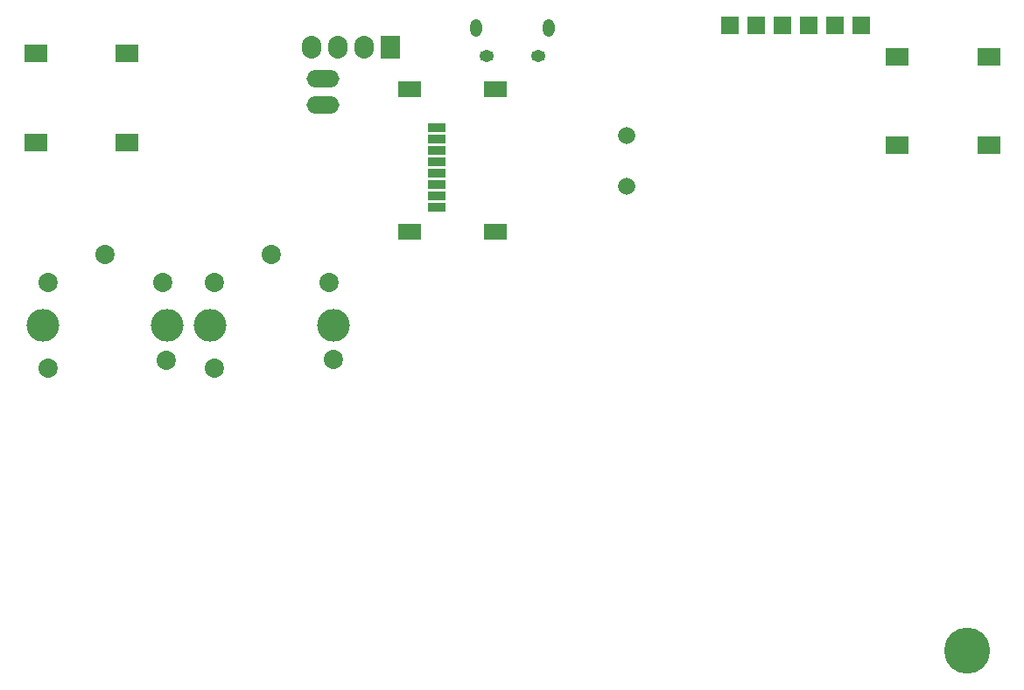
<source format=gbs>
G04 #@! TF.FileFunction,Soldermask,Bot*
%FSLAX46Y46*%
G04 Gerber Fmt 4.6, Leading zero omitted, Abs format (unit mm)*
G04 Created by KiCad (PCBNEW 4.0.6-e0-6349~52~ubuntu16.10.1) date Mon May  8 18:25:15 2017*
%MOMM*%
%LPD*%
G01*
G04 APERTURE LIST*
%ADD10C,0.100000*%
%ADD11O,3.174980X1.666220*%
%ADD12O,1.410000X1.110000*%
%ADD13O,1.160000X1.710000*%
%ADD14C,1.661140*%
%ADD15R,2.160000X1.660000*%
%ADD16R,2.160000X1.610000*%
%ADD17R,1.660000X0.960000*%
%ADD18C,4.460000*%
%ADD19R,1.887200X2.192000*%
%ADD20O,1.887200X2.192000*%
%ADD21R,1.684000X1.760000*%
%ADD22C,1.860000*%
%ADD23C,3.160000*%
G04 APERTURE END LIST*
D10*
D11*
X109949200Y-87720000D03*
X109949200Y-85180000D03*
D12*
X130788680Y-82944140D03*
X125788680Y-82944140D03*
D13*
X131788680Y-80244140D03*
X124788680Y-80244140D03*
D14*
X139319000Y-90650060D03*
X139319000Y-95531940D03*
D15*
X174345600Y-83000000D03*
X165495600Y-83000000D03*
X174345600Y-91600000D03*
X165495600Y-91600000D03*
X82143600Y-91287600D03*
X90993600Y-91287600D03*
X82143600Y-82687600D03*
X90993600Y-82687600D03*
D16*
X118338600Y-99923600D03*
X118338600Y-86173600D03*
X126638600Y-99923600D03*
X126638600Y-86173600D03*
D17*
X120938600Y-97543600D03*
X120938600Y-96443600D03*
X120938600Y-95343600D03*
X120938600Y-94243600D03*
X120938600Y-93143600D03*
X120938600Y-92043600D03*
X120938600Y-90943600D03*
X120938600Y-89843600D03*
D18*
X172250000Y-140500000D03*
D19*
X116431800Y-82062000D03*
D20*
X113891800Y-82062000D03*
X111351800Y-82062000D03*
X108811800Y-82062000D03*
D21*
X149343200Y-79964000D03*
X151883200Y-79964000D03*
X154423200Y-79964000D03*
X156963200Y-79964000D03*
X159503200Y-79964000D03*
X162043200Y-79964000D03*
D22*
X104950000Y-102150000D03*
X110950000Y-112350000D03*
X99450000Y-113150000D03*
X110550000Y-104850000D03*
X99450000Y-104850000D03*
D23*
X99000000Y-109000000D03*
X111000000Y-109000000D03*
D22*
X88824600Y-102166800D03*
X94824600Y-112366800D03*
X83324600Y-113166800D03*
X94424600Y-104866800D03*
X83324600Y-104866800D03*
D23*
X82874600Y-109016800D03*
X94874600Y-109016800D03*
M02*

</source>
